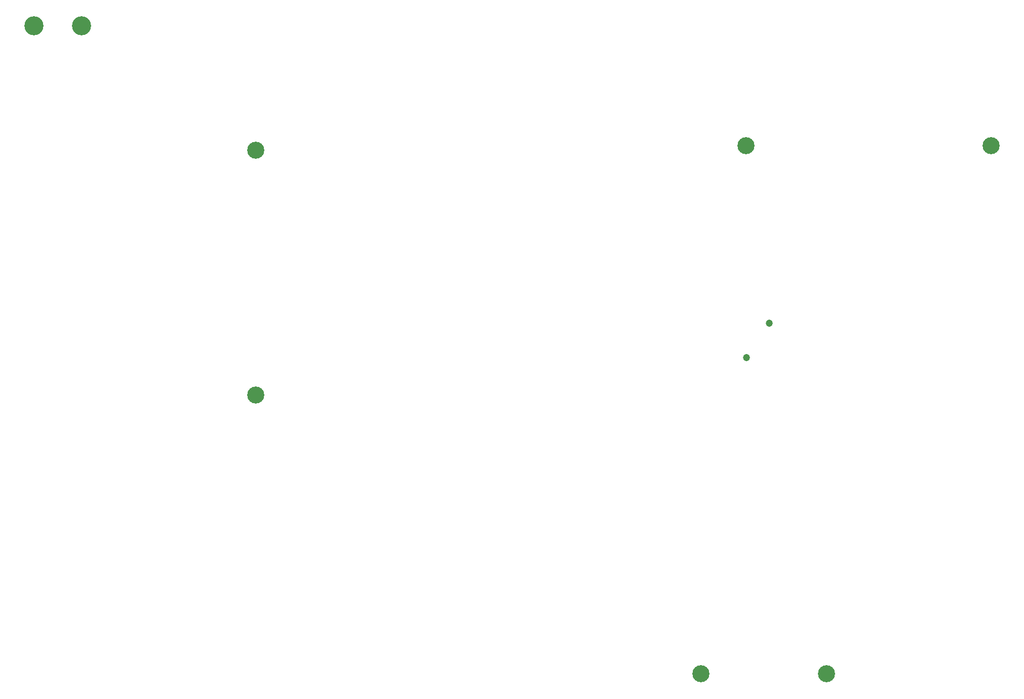
<source format=gbr>
%TF.GenerationSoftware,KiCad,Pcbnew,(6.0.1-0)*%
%TF.CreationDate,2023-01-17T12:42:02-05:00*%
%TF.ProjectId,rear-control-board,72656172-2d63-46f6-9e74-726f6c2d626f,rev?*%
%TF.SameCoordinates,Original*%
%TF.FileFunction,NonPlated,1,2,NPTH,Drill*%
%TF.FilePolarity,Positive*%
%FSLAX46Y46*%
G04 Gerber Fmt 4.6, Leading zero omitted, Abs format (unit mm)*
G04 Created by KiCad (PCBNEW (6.0.1-0)) date 2023-01-17 12:42:02*
%MOMM*%
%LPD*%
G01*
G04 APERTURE LIST*
%TA.AperFunction,ComponentDrill*%
%ADD10C,1.200000*%
%TD*%
%TA.AperFunction,ComponentDrill*%
%ADD11C,2.850000*%
%TD*%
%TA.AperFunction,ComponentDrill*%
%ADD12C,3.200000*%
%TD*%
G04 APERTURE END LIST*
D10*
%TO.C,J5*%
X147117500Y-105501115D03*
%TO.C,J4*%
X150892500Y-99713615D03*
D11*
%TO.C,J1*%
X65087500Y-70750000D03*
X65087500Y-111750000D03*
%TO.C,J3*%
X139500000Y-158437500D03*
%TO.C,J2*%
X147000000Y-70000000D03*
%TO.C,J3*%
X160500000Y-158437500D03*
%TO.C,J2*%
X188000000Y-70000000D03*
D12*
%TO.C,H1*%
X28000000Y-50000000D03*
%TO.C,H2*%
X35950000Y-50000000D03*
M02*

</source>
